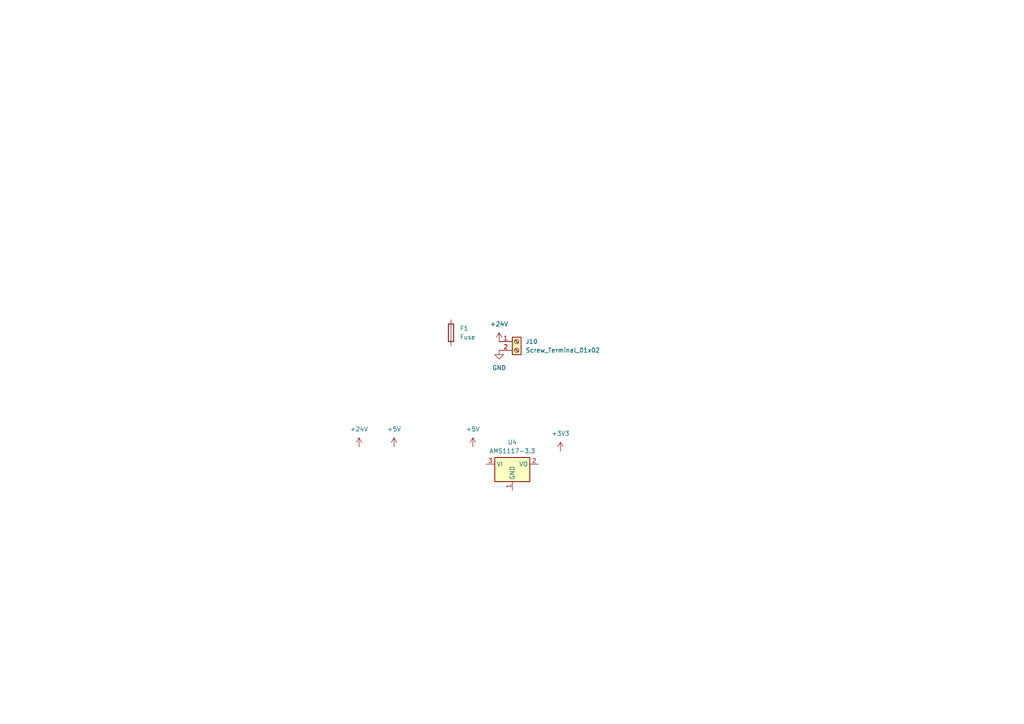
<source format=kicad_sch>
(kicad_sch (version 20250114) (generator "eeschema") (generator_version "9.0")
  (paper "A4")
  (lib_symbols
    (symbol "Connector:Screw_Terminal_01x02" (pin_names (offset 1.016) (hide yes))
      (property "Reference" "J" (at 0 2.54 0))
      (property "Value" "Screw_Terminal_01x02" (at 0 -5.08 0))
      (symbol "Screw_Terminal_01x02_1_1"
        (rectangle (start -1.27 1.27) (end 1.27 -3.81) (stroke (width 0.254)) (fill (type background)))
        (polyline (pts (xy -0.5334 0.3302) (xy 0.3302 -0.508)) (stroke (width 0.1524)))
        (polyline (pts (xy -0.5334 -2.2098) (xy 0.3302 -3.048)) (stroke (width 0.1524)))
        (polyline (pts (xy -0.3556 0.508) (xy 0.508 -0.3302)) (stroke (width 0.1524)))
        (polyline (pts (xy -0.3556 -2.032) (xy 0.508 -2.8702)) (stroke (width 0.1524)))
        (circle (center 0 0) (radius 0.635) (stroke (width 0.1524)))
        (circle (center 0 -2.54) (radius 0.635) (stroke (width 0.1524)))
        (pin passive line (at -5.08 0 0) (length 3.81) (name "Pin_1") (number "1"))
        (pin passive line (at -5.08 -2.54 0) (length 3.81) (name "Pin_2") (number "2"))
      )
    )
    (symbol "Device:Fuse" (pin_numbers (hide yes)) (pin_names (offset 0))
      (property "Reference" "F" (at 2.032 0 90))
      (property "Value" "Fuse" (at -1.905 0 90))
      (symbol "Fuse_0_1"
        (rectangle (start -0.762 -2.54) (end 0.762 2.54) (stroke (width 0.254)))
        (polyline (pts (xy 0 2.54) (xy 0 -2.54)))
      )
      (symbol "Fuse_1_1"
        (pin passive line (at 0 3.81 270) (length 1.27) (name "~") (number "1"))
        (pin passive line (at 0 -3.81 90) (length 1.27) (name "~") (number "2"))
      )
    )
    (symbol "Regulator_Linear:AMS1117-3.3"
      (property "Reference" "U" (at -3.81 3.175 0))
      (property "Value" "AMS1117-3.3" (at 0 3.175 0))
      (symbol "AMS1117-3.3_0_1"
        (rectangle (start -5.08 -5.08) (end 5.08 1.905) (stroke (width 0.254)) (fill (type background)))
      )
      (symbol "AMS1117-3.3_1_1"
        (pin power_in line (at -7.62 0 0) (length 2.54) (name "VI") (number "3"))
        (pin power_in line (at 0 -7.62 90) (length 2.54) (name "GND") (number "1"))
        (pin power_out line (at 7.62 0 180) (length 2.54) (name "VO") (number "2"))
      )
    )
    (symbol "power:+24V" (power) (pin_numbers (hide yes)) (pin_names (offset 0) (hide yes))
      (property "Value" "+24V" (at 0 3.556 0))
      (symbol "+24V_0_1"
        (polyline (pts (xy -0.762 1.27) (xy 0 2.54)))
        (polyline (pts (xy 0 2.54) (xy 0.762 1.27)))
        (polyline (pts (xy 0 0) (xy 0 2.54)))
      )
      (symbol "+24V_1_1"
        (pin power_in line (at 0 0 90) (length 0) (name "~") (number "1"))
      )
    )
    (symbol "power:+3V3" (power) (pin_numbers (hide yes)) (pin_names (offset 0) (hide yes))
      (property "Value" "+3V3" (at 0 3.556 0))
      (symbol "+3V3_0_1"
        (polyline (pts (xy -0.762 1.27) (xy 0 2.54)))
        (polyline (pts (xy 0 2.54) (xy 0.762 1.27)))
        (polyline (pts (xy 0 0) (xy 0 2.54)))
      )
      (symbol "+3V3_1_1"
        (pin power_in line (at 0 0 90) (length 0) (name "~") (number "1"))
      )
    )
    (symbol "power:+5V" (power) (pin_numbers (hide yes)) (pin_names (offset 0) (hide yes))
      (property "Value" "+5V" (at 0 3.556 0))
      (symbol "+5V_0_1"
        (polyline (pts (xy -0.762 1.27) (xy 0 2.54)))
        (polyline (pts (xy 0 2.54) (xy 0.762 1.27)))
        (polyline (pts (xy 0 0) (xy 0 2.54)))
      )
      (symbol "+5V_1_1"
        (pin power_in line (at 0 0 90) (length 0) (name "~") (number "1"))
      )
    )
    (symbol "power:GND" (power) (pin_numbers (hide yes)) (pin_names (offset 0) (hide yes))
      (property "Value" "GND" (at 0 -3.81 0))
      (symbol "GND_0_1"
        (polyline (pts (xy 0 0) (xy 0 -1.27) (xy 1.27 -1.27) (xy 0 -2.54) (xy -1.27 -1.27) (xy 0 -1.27)))
      )
      (symbol "GND_1_1"
        (pin power_in line (at 0 0 270) (length 0) (name "~") (number "1"))
      )
    )
  )
  (symbol (lib_id "power:+24V") (at 104.14 129.54 0) (unit 1)
    (property "Reference" "#PWR048" (effects (hide yes)))
    (property "Value" "+24V" (at 104.14 124.46 0))
    (property "Description" "Power symbol creates a global label with name \"+24V\"" (effects (hide yes)))
  )
  (symbol (lib_id "power:+3V3") (at 162.56 130.81 0) (unit 1)
    (property "Reference" "#PWR050" (effects (hide yes)))
    (property "Value" "+3V3" (at 162.56 125.73 0))
    (property "Description" "Power symbol creates a global label with name \"+3V3\"" (effects (hide yes)))
  )
  (symbol (lib_id "Device:Fuse") (at 130.81 96.52 0) (unit 1)
    (property "Reference" "F1" (at 133.35 95.2499 0) (effects (justify left)))
    (property "Value" "Fuse" (at 133.35 97.7899 0) (effects (justify left)))
    (property "Description" "Fuse" (effects (hide yes)))
  )
  (symbol (lib_id "power:+5V") (at 114.3 129.54 0) (unit 1)
    (property "Reference" "#PWR051" (effects (hide yes)))
    (property "Value" "+5V" (at 114.3 124.46 0))
    (property "Description" "Power symbol creates a global label with name \"+5V\"" (effects (hide yes)))
  )
  (symbol (lib_id "Connector:Screw_Terminal_01x02") (at 149.86 99.06 0) (unit 1)
    (property "Reference" "J10" (at 152.4 99.0599 0) (effects (justify left)))
    (property "Value" "Screw_Terminal_01x02" (at 152.4 101.5999 0) (effects (justify left)))
    (property "Description" "Generic screw terminal, single row, 01x02, script generated (kicad-library-utils/schlib/autogen/connector/)" (effects (hide yes)))
  )
  (symbol (lib_id "power:GND") (at 144.78 101.6 0) (unit 1)
    (property "Reference" "#PWR042" (effects (hide yes)))
    (property "Value" "GND" (at 144.78 106.68 0))
    (property "Description" "Power symbol creates a global label with name \"GND\" , ground" (effects (hide yes)))
  )
  (symbol (lib_id "power:+5V") (at 137.16 129.54 0) (unit 1)
    (property "Reference" "#PWR049" (effects (hide yes)))
    (property "Value" "+5V" (at 137.16 124.46 0))
    (property "Description" "Power symbol creates a global label with name \"+5V\"" (effects (hide yes)))
  )
  (symbol (lib_id "Regulator_Linear:AMS1117-3.3") (at 148.59 134.62 0) (unit 1)
    (property "Reference" "U4" (at 148.59 128.27 0))
    (property "Value" "AMS1117-3.3" (at 148.59 130.81 0))
    (property "Footprint" "Package_TO_SOT_SMD:SOT-223-3_TabPin2" (effects (hide yes)))
    (property "Datasheet" "http://www.advanced-monolithic.com/pdf/ds1117.pdf" (effects (hide yes)))
    (property "Description" "1A Low Dropout regulator, positive, 3.3V fixed output, SOT-223" (effects (hide yes)))
  )
  (symbol (lib_id "power:+24V") (at 144.78 99.06 0) (unit 1)
    (property "Reference" "#PWR032" (effects (hide yes)))
    (property "Value" "+24V" (at 144.78 93.98 0))
    (property "Description" "Power symbol creates a global label with name \"+24V\"" (effects (hide yes)))
  )
)
</source>
